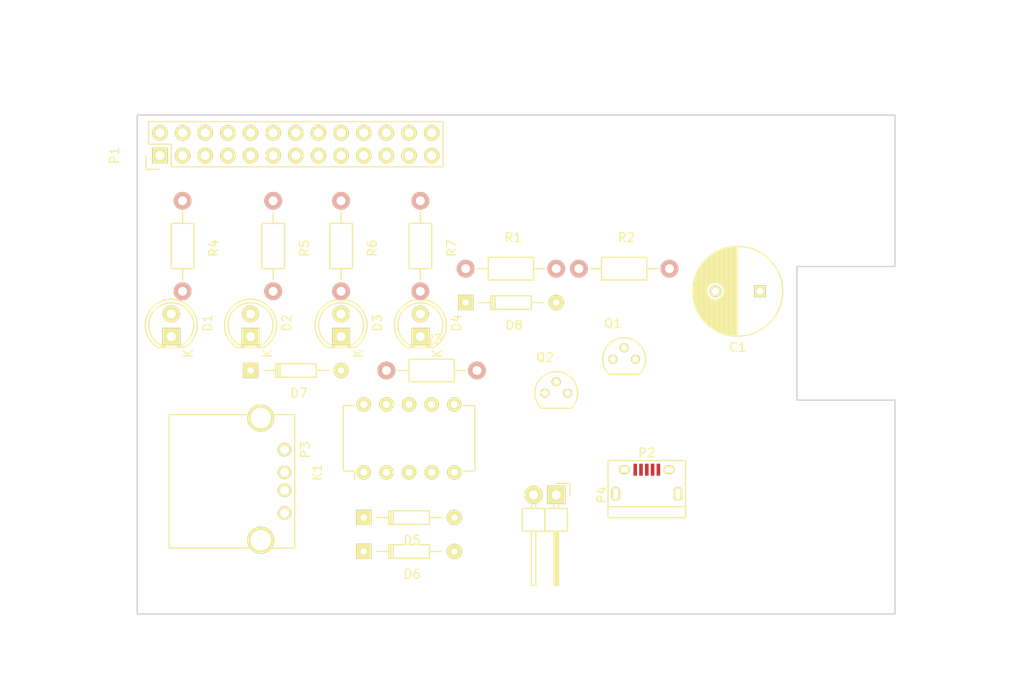
<source format=kicad_pcb>
(kicad_pcb (version 4) (host pcbnew 4.0.2+dfsg1-stable)

  (general
    (links 42)
    (no_connects 42)
    (area 143.424999 124.924999 228.575001 181.075001)
    (thickness 1.6)
    (drawings 41)
    (tracks 0)
    (zones 0)
    (modules 23)
    (nets 48)
  )

  (page A3)
  (title_block
    (date "15 nov 2012")
  )

  (layers
    (0 F.Cu signal)
    (31 B.Cu signal)
    (32 B.Adhes user)
    (33 F.Adhes user)
    (34 B.Paste user)
    (35 F.Paste user)
    (36 B.SilkS user)
    (37 F.SilkS user)
    (38 B.Mask user)
    (39 F.Mask user)
    (40 Dwgs.User user)
    (41 Cmts.User user)
    (42 Eco1.User user)
    (43 Eco2.User user)
    (44 Edge.Cuts user)
  )

  (setup
    (last_trace_width 0.2)
    (trace_clearance 0.2)
    (zone_clearance 0.508)
    (zone_45_only no)
    (trace_min 0.1524)
    (segment_width 0.2)
    (edge_width 0.15)
    (via_size 0.9)
    (via_drill 0.6)
    (via_min_size 0.8)
    (via_min_drill 0.5)
    (uvia_size 0.5)
    (uvia_drill 0.1)
    (uvias_allowed no)
    (uvia_min_size 0.5)
    (uvia_min_drill 0.1)
    (pcb_text_width 0.3)
    (pcb_text_size 1 1)
    (mod_edge_width 0.15)
    (mod_text_size 1 1)
    (mod_text_width 0.15)
    (pad_size 1 1)
    (pad_drill 0.6)
    (pad_to_mask_clearance 0)
    (aux_axis_origin 143.5 181)
    (visible_elements 7FFFFFFF)
    (pcbplotparams
      (layerselection 0x00030_80000001)
      (usegerberextensions true)
      (excludeedgelayer true)
      (linewidth 0.150000)
      (plotframeref false)
      (viasonmask false)
      (mode 1)
      (useauxorigin false)
      (hpglpennumber 1)
      (hpglpenspeed 20)
      (hpglpendiameter 15)
      (hpglpenoverlay 2)
      (psnegative false)
      (psa4output false)
      (plotreference true)
      (plotvalue true)
      (plotinvisibletext false)
      (padsonsilk false)
      (subtractmaskfromsilk false)
      (outputformat 1)
      (mirror false)
      (drillshape 1)
      (scaleselection 1)
      (outputdirectory ""))
  )

  (net 0 "")
  (net 1 +3.3V)
  (net 2 +5V)
  (net 3 GND)
  (net 4 "Net-(C1-Pad1)")
  (net 5 "Net-(D1-Pad2)")
  (net 6 "Net-(D2-Pad2)")
  (net 7 "Net-(D3-Pad2)")
  (net 8 "Net-(D4-Pad2)")
  (net 9 "Net-(D5-Pad2)")
  (net 10 "Net-(D5-Pad1)")
  (net 11 "Net-(D6-Pad2)")
  (net 12 "Net-(D7-Pad1)")
  (net 13 /GPIO18)
  (net 14 "Net-(K1-Pad3)")
  (net 15 "Net-(K1-Pad4)")
  (net 16 "Net-(K1-Pad6)")
  (net 17 "Net-(K1-Pad7)")
  (net 18 "Net-(K1-Pad8)")
  (net 19 "Net-(K1-Pad10)")
  (net 20 "/GPIO0(SDA)")
  (net 21 "Net-(P1-Pad4)")
  (net 22 "/GPIO1(SCL)")
  (net 23 /GPIO4)
  (net 24 /TXD)
  (net 25 "Net-(P1-Pad9)")
  (net 26 /RXD)
  (net 27 /GPIO17)
  (net 28 /GPIO21)
  (net 29 "Net-(P1-Pad14)")
  (net 30 /GPIO22)
  (net 31 /GPIO23)
  (net 32 "Net-(P1-Pad17)")
  (net 33 /GPIO24)
  (net 34 "/GPIO10(MOSI)")
  (net 35 "Net-(P1-Pad20)")
  (net 36 "/GPIO9(MISO)")
  (net 37 /GPIO25)
  (net 38 "/GPIO11(SCLK)")
  (net 39 "/GPIO8(CE0)")
  (net 40 "Net-(P1-Pad25)")
  (net 41 "/GPIO7(CE1)")
  (net 42 "Net-(P2-Pad2)")
  (net 43 "Net-(P2-Pad3)")
  (net 44 "Net-(P2-Pad4)")
  (net 45 "Net-(P3-Pad3)")
  (net 46 "Net-(P3-Pad2)")
  (net 47 "Net-(Q1-Pad1)")

  (net_class Default "This is the default net class."
    (clearance 0.2)
    (trace_width 0.2)
    (via_dia 0.9)
    (via_drill 0.6)
    (uvia_dia 0.5)
    (uvia_drill 0.1)
    (add_net "/GPIO0(SDA)")
    (add_net "/GPIO1(SCL)")
    (add_net "/GPIO10(MOSI)")
    (add_net "/GPIO11(SCLK)")
    (add_net /GPIO17)
    (add_net /GPIO18)
    (add_net /GPIO21)
    (add_net /GPIO22)
    (add_net /GPIO23)
    (add_net /GPIO24)
    (add_net /GPIO25)
    (add_net /GPIO4)
    (add_net "/GPIO7(CE1)")
    (add_net "/GPIO8(CE0)")
    (add_net "/GPIO9(MISO)")
    (add_net /RXD)
    (add_net /TXD)
    (add_net "Net-(C1-Pad1)")
    (add_net "Net-(D1-Pad2)")
    (add_net "Net-(D2-Pad2)")
    (add_net "Net-(D3-Pad2)")
    (add_net "Net-(D4-Pad2)")
    (add_net "Net-(D5-Pad1)")
    (add_net "Net-(D5-Pad2)")
    (add_net "Net-(D6-Pad2)")
    (add_net "Net-(D7-Pad1)")
    (add_net "Net-(K1-Pad10)")
    (add_net "Net-(K1-Pad3)")
    (add_net "Net-(K1-Pad4)")
    (add_net "Net-(K1-Pad6)")
    (add_net "Net-(K1-Pad7)")
    (add_net "Net-(K1-Pad8)")
    (add_net "Net-(P1-Pad14)")
    (add_net "Net-(P1-Pad17)")
    (add_net "Net-(P1-Pad20)")
    (add_net "Net-(P1-Pad25)")
    (add_net "Net-(P1-Pad4)")
    (add_net "Net-(P1-Pad9)")
    (add_net "Net-(P3-Pad2)")
    (add_net "Net-(P3-Pad3)")
    (add_net "Net-(Q1-Pad1)")
  )

  (net_class Power ""
    (clearance 0.2)
    (trace_width 0.5)
    (via_dia 1)
    (via_drill 0.7)
    (uvia_dia 0.5)
    (uvia_drill 0.1)
    (add_net +3.3V)
    (add_net +5V)
    (add_net GND)
    (add_net "Net-(P2-Pad2)")
    (add_net "Net-(P2-Pad3)")
    (add_net "Net-(P2-Pad4)")
  )

  (module Pin_Headers:Pin_Header_Straight_2x13 (layer F.Cu) (tedit 0) (tstamp 50A55DA3)
    (at 146.05 129.54 90)
    (descr "Through hole pin header")
    (tags "pin header")
    (path /50A55ABA)
    (fp_text reference P1 (at 0 -5.1 90) (layer F.SilkS)
      (effects (font (size 1 1) (thickness 0.15)))
    )
    (fp_text value CONN_13X2 (at 0 -3.1 90) (layer F.Fab)
      (effects (font (size 1 1) (thickness 0.15)))
    )
    (fp_line (start -1.75 -1.75) (end -1.75 32.25) (layer F.CrtYd) (width 0.05))
    (fp_line (start 4.3 -1.75) (end 4.3 32.25) (layer F.CrtYd) (width 0.05))
    (fp_line (start -1.75 -1.75) (end 4.3 -1.75) (layer F.CrtYd) (width 0.05))
    (fp_line (start -1.75 32.25) (end 4.3 32.25) (layer F.CrtYd) (width 0.05))
    (fp_line (start 3.81 -1.27) (end 3.81 31.75) (layer F.SilkS) (width 0.15))
    (fp_line (start -1.27 1.27) (end -1.27 31.75) (layer F.SilkS) (width 0.15))
    (fp_line (start 3.81 31.75) (end -1.27 31.75) (layer F.SilkS) (width 0.15))
    (fp_line (start 3.81 -1.27) (end 1.27 -1.27) (layer F.SilkS) (width 0.15))
    (fp_line (start 0 -1.55) (end -1.55 -1.55) (layer F.SilkS) (width 0.15))
    (fp_line (start 1.27 -1.27) (end 1.27 1.27) (layer F.SilkS) (width 0.15))
    (fp_line (start 1.27 1.27) (end -1.27 1.27) (layer F.SilkS) (width 0.15))
    (fp_line (start -1.55 -1.55) (end -1.55 0) (layer F.SilkS) (width 0.15))
    (pad 1 thru_hole rect (at 0 0 90) (size 1.7272 1.7272) (drill 1.016) (layers *.Cu *.Mask F.SilkS)
      (net 1 +3.3V))
    (pad 2 thru_hole oval (at 2.54 0 90) (size 1.7272 1.7272) (drill 1.016) (layers *.Cu *.Mask F.SilkS)
      (net 2 +5V))
    (pad 3 thru_hole oval (at 0 2.54 90) (size 1.7272 1.7272) (drill 1.016) (layers *.Cu *.Mask F.SilkS)
      (net 20 "/GPIO0(SDA)"))
    (pad 4 thru_hole oval (at 2.54 2.54 90) (size 1.7272 1.7272) (drill 1.016) (layers *.Cu *.Mask F.SilkS)
      (net 21 "Net-(P1-Pad4)"))
    (pad 5 thru_hole oval (at 0 5.08 90) (size 1.7272 1.7272) (drill 1.016) (layers *.Cu *.Mask F.SilkS)
      (net 22 "/GPIO1(SCL)"))
    (pad 6 thru_hole oval (at 2.54 5.08 90) (size 1.7272 1.7272) (drill 1.016) (layers *.Cu *.Mask F.SilkS)
      (net 3 GND))
    (pad 7 thru_hole oval (at 0 7.62 90) (size 1.7272 1.7272) (drill 1.016) (layers *.Cu *.Mask F.SilkS)
      (net 23 /GPIO4))
    (pad 8 thru_hole oval (at 2.54 7.62 90) (size 1.7272 1.7272) (drill 1.016) (layers *.Cu *.Mask F.SilkS)
      (net 24 /TXD))
    (pad 9 thru_hole oval (at 0 10.16 90) (size 1.7272 1.7272) (drill 1.016) (layers *.Cu *.Mask F.SilkS)
      (net 25 "Net-(P1-Pad9)"))
    (pad 10 thru_hole oval (at 2.54 10.16 90) (size 1.7272 1.7272) (drill 1.016) (layers *.Cu *.Mask F.SilkS)
      (net 26 /RXD))
    (pad 11 thru_hole oval (at 0 12.7 90) (size 1.7272 1.7272) (drill 1.016) (layers *.Cu *.Mask F.SilkS)
      (net 27 /GPIO17))
    (pad 12 thru_hole oval (at 2.54 12.7 90) (size 1.7272 1.7272) (drill 1.016) (layers *.Cu *.Mask F.SilkS)
      (net 13 /GPIO18))
    (pad 13 thru_hole oval (at 0 15.24 90) (size 1.7272 1.7272) (drill 1.016) (layers *.Cu *.Mask F.SilkS)
      (net 28 /GPIO21))
    (pad 14 thru_hole oval (at 2.54 15.24 90) (size 1.7272 1.7272) (drill 1.016) (layers *.Cu *.Mask F.SilkS)
      (net 29 "Net-(P1-Pad14)"))
    (pad 15 thru_hole oval (at 0 17.78 90) (size 1.7272 1.7272) (drill 1.016) (layers *.Cu *.Mask F.SilkS)
      (net 30 /GPIO22))
    (pad 16 thru_hole oval (at 2.54 17.78 90) (size 1.7272 1.7272) (drill 1.016) (layers *.Cu *.Mask F.SilkS)
      (net 31 /GPIO23))
    (pad 17 thru_hole oval (at 0 20.32 90) (size 1.7272 1.7272) (drill 1.016) (layers *.Cu *.Mask F.SilkS)
      (net 32 "Net-(P1-Pad17)"))
    (pad 18 thru_hole oval (at 2.54 20.32 90) (size 1.7272 1.7272) (drill 1.016) (layers *.Cu *.Mask F.SilkS)
      (net 33 /GPIO24))
    (pad 19 thru_hole oval (at 0 22.86 90) (size 1.7272 1.7272) (drill 1.016) (layers *.Cu *.Mask F.SilkS)
      (net 34 "/GPIO10(MOSI)"))
    (pad 20 thru_hole oval (at 2.54 22.86 90) (size 1.7272 1.7272) (drill 1.016) (layers *.Cu *.Mask F.SilkS)
      (net 35 "Net-(P1-Pad20)"))
    (pad 21 thru_hole oval (at 0 25.4 90) (size 1.7272 1.7272) (drill 1.016) (layers *.Cu *.Mask F.SilkS)
      (net 36 "/GPIO9(MISO)"))
    (pad 22 thru_hole oval (at 2.54 25.4 90) (size 1.7272 1.7272) (drill 1.016) (layers *.Cu *.Mask F.SilkS)
      (net 37 /GPIO25))
    (pad 23 thru_hole oval (at 0 27.94 90) (size 1.7272 1.7272) (drill 1.016) (layers *.Cu *.Mask F.SilkS)
      (net 38 "/GPIO11(SCLK)"))
    (pad 24 thru_hole oval (at 2.54 27.94 90) (size 1.7272 1.7272) (drill 1.016) (layers *.Cu *.Mask F.SilkS)
      (net 39 "/GPIO8(CE0)"))
    (pad 25 thru_hole oval (at 0 30.48 90) (size 1.7272 1.7272) (drill 1.016) (layers *.Cu *.Mask F.SilkS)
      (net 40 "Net-(P1-Pad25)"))
    (pad 26 thru_hole oval (at 2.54 30.48 90) (size 1.7272 1.7272) (drill 1.016) (layers *.Cu *.Mask F.SilkS)
      (net 41 "/GPIO7(CE1)"))
    (model Pin_Headers.3dshapes/Pin_Header_Straight_2x13.wrl
      (at (xyz 0.05 -0.6 0))
      (scale (xyz 1 1 1))
      (rotate (xyz 0 0 90))
    )
  )

  (module Capacitors_ThroughHole:C_Radial_D10_L13_P5 (layer F.Cu) (tedit 0) (tstamp 5AAF3090)
    (at 213.36 144.78 180)
    (descr "Radial Electrolytic Capacitor Diameter 10mm x Length 13mm, Pitch 5mm")
    (tags "Electrolytic Capacitor")
    (path /5AAE0F3E)
    (fp_text reference C1 (at 2.5 -6.3 180) (layer F.SilkS)
      (effects (font (size 1 1) (thickness 0.15)))
    )
    (fp_text value CP_Small (at 2.5 6.3 180) (layer F.Fab)
      (effects (font (size 1 1) (thickness 0.15)))
    )
    (fp_line (start 2.575 -4.999) (end 2.575 4.999) (layer F.SilkS) (width 0.15))
    (fp_line (start 2.715 -4.995) (end 2.715 4.995) (layer F.SilkS) (width 0.15))
    (fp_line (start 2.855 -4.987) (end 2.855 4.987) (layer F.SilkS) (width 0.15))
    (fp_line (start 2.995 -4.975) (end 2.995 4.975) (layer F.SilkS) (width 0.15))
    (fp_line (start 3.135 -4.96) (end 3.135 4.96) (layer F.SilkS) (width 0.15))
    (fp_line (start 3.275 -4.94) (end 3.275 4.94) (layer F.SilkS) (width 0.15))
    (fp_line (start 3.415 -4.916) (end 3.415 4.916) (layer F.SilkS) (width 0.15))
    (fp_line (start 3.555 -4.887) (end 3.555 4.887) (layer F.SilkS) (width 0.15))
    (fp_line (start 3.695 -4.855) (end 3.695 4.855) (layer F.SilkS) (width 0.15))
    (fp_line (start 3.835 -4.818) (end 3.835 4.818) (layer F.SilkS) (width 0.15))
    (fp_line (start 3.975 -4.777) (end 3.975 4.777) (layer F.SilkS) (width 0.15))
    (fp_line (start 4.115 -4.732) (end 4.115 -0.466) (layer F.SilkS) (width 0.15))
    (fp_line (start 4.115 0.466) (end 4.115 4.732) (layer F.SilkS) (width 0.15))
    (fp_line (start 4.255 -4.682) (end 4.255 -0.667) (layer F.SilkS) (width 0.15))
    (fp_line (start 4.255 0.667) (end 4.255 4.682) (layer F.SilkS) (width 0.15))
    (fp_line (start 4.395 -4.627) (end 4.395 -0.796) (layer F.SilkS) (width 0.15))
    (fp_line (start 4.395 0.796) (end 4.395 4.627) (layer F.SilkS) (width 0.15))
    (fp_line (start 4.535 -4.567) (end 4.535 -0.885) (layer F.SilkS) (width 0.15))
    (fp_line (start 4.535 0.885) (end 4.535 4.567) (layer F.SilkS) (width 0.15))
    (fp_line (start 4.675 -4.502) (end 4.675 -0.946) (layer F.SilkS) (width 0.15))
    (fp_line (start 4.675 0.946) (end 4.675 4.502) (layer F.SilkS) (width 0.15))
    (fp_line (start 4.815 -4.432) (end 4.815 -0.983) (layer F.SilkS) (width 0.15))
    (fp_line (start 4.815 0.983) (end 4.815 4.432) (layer F.SilkS) (width 0.15))
    (fp_line (start 4.955 -4.356) (end 4.955 -0.999) (layer F.SilkS) (width 0.15))
    (fp_line (start 4.955 0.999) (end 4.955 4.356) (layer F.SilkS) (width 0.15))
    (fp_line (start 5.095 -4.274) (end 5.095 -0.995) (layer F.SilkS) (width 0.15))
    (fp_line (start 5.095 0.995) (end 5.095 4.274) (layer F.SilkS) (width 0.15))
    (fp_line (start 5.235 -4.186) (end 5.235 -0.972) (layer F.SilkS) (width 0.15))
    (fp_line (start 5.235 0.972) (end 5.235 4.186) (layer F.SilkS) (width 0.15))
    (fp_line (start 5.375 -4.091) (end 5.375 -0.927) (layer F.SilkS) (width 0.15))
    (fp_line (start 5.375 0.927) (end 5.375 4.091) (layer F.SilkS) (width 0.15))
    (fp_line (start 5.515 -3.989) (end 5.515 -0.857) (layer F.SilkS) (width 0.15))
    (fp_line (start 5.515 0.857) (end 5.515 3.989) (layer F.SilkS) (width 0.15))
    (fp_line (start 5.655 -3.879) (end 5.655 -0.756) (layer F.SilkS) (width 0.15))
    (fp_line (start 5.655 0.756) (end 5.655 3.879) (layer F.SilkS) (width 0.15))
    (fp_line (start 5.795 -3.761) (end 5.795 -0.607) (layer F.SilkS) (width 0.15))
    (fp_line (start 5.795 0.607) (end 5.795 3.761) (layer F.SilkS) (width 0.15))
    (fp_line (start 5.935 -3.633) (end 5.935 -0.355) (layer F.SilkS) (width 0.15))
    (fp_line (start 5.935 0.355) (end 5.935 3.633) (layer F.SilkS) (width 0.15))
    (fp_line (start 6.075 -3.496) (end 6.075 3.496) (layer F.SilkS) (width 0.15))
    (fp_line (start 6.215 -3.346) (end 6.215 3.346) (layer F.SilkS) (width 0.15))
    (fp_line (start 6.355 -3.184) (end 6.355 3.184) (layer F.SilkS) (width 0.15))
    (fp_line (start 6.495 -3.007) (end 6.495 3.007) (layer F.SilkS) (width 0.15))
    (fp_line (start 6.635 -2.811) (end 6.635 2.811) (layer F.SilkS) (width 0.15))
    (fp_line (start 6.775 -2.593) (end 6.775 2.593) (layer F.SilkS) (width 0.15))
    (fp_line (start 6.915 -2.347) (end 6.915 2.347) (layer F.SilkS) (width 0.15))
    (fp_line (start 7.055 -2.062) (end 7.055 2.062) (layer F.SilkS) (width 0.15))
    (fp_line (start 7.195 -1.72) (end 7.195 1.72) (layer F.SilkS) (width 0.15))
    (fp_line (start 7.335 -1.274) (end 7.335 1.274) (layer F.SilkS) (width 0.15))
    (fp_line (start 7.475 -0.499) (end 7.475 0.499) (layer F.SilkS) (width 0.15))
    (fp_circle (center 5 0) (end 5 -1) (layer F.SilkS) (width 0.15))
    (fp_circle (center 2.5 0) (end 2.5 -5.0375) (layer F.SilkS) (width 0.15))
    (fp_circle (center 2.5 0) (end 2.5 -5.3) (layer F.CrtYd) (width 0.05))
    (pad 1 thru_hole rect (at 0 0 180) (size 1.3 1.3) (drill 0.8) (layers *.Cu *.Mask F.SilkS)
      (net 4 "Net-(C1-Pad1)"))
    (pad 2 thru_hole circle (at 5 0 180) (size 1.3 1.3) (drill 0.8) (layers *.Cu *.Mask F.SilkS)
      (net 3 GND))
    (model Capacitors_ThroughHole.3dshapes/C_Radial_D10_L13_P5.wrl
      (at (xyz 0.0984252 0 0))
      (scale (xyz 1 1 1))
      (rotate (xyz 0 0 90))
    )
  )

  (module LEDs:LED-5MM (layer F.Cu) (tedit 5570F7EA) (tstamp 5AAF309C)
    (at 147.32 149.86 90)
    (descr "LED 5mm round vertical")
    (tags "LED 5mm round vertical")
    (path /5AAE08BE)
    (fp_text reference D1 (at 1.524 4.064 90) (layer F.SilkS)
      (effects (font (size 1 1) (thickness 0.15)))
    )
    (fp_text value Power (at 1.524 -3.937 90) (layer F.Fab)
      (effects (font (size 1 1) (thickness 0.15)))
    )
    (fp_line (start -1.5 -1.55) (end -1.5 1.55) (layer F.CrtYd) (width 0.05))
    (fp_arc (start 1.3 0) (end -1.5 1.55) (angle -302) (layer F.CrtYd) (width 0.05))
    (fp_arc (start 1.27 0) (end -1.23 -1.5) (angle 297.5) (layer F.SilkS) (width 0.15))
    (fp_line (start -1.23 1.5) (end -1.23 -1.5) (layer F.SilkS) (width 0.15))
    (fp_circle (center 1.27 0) (end 0.97 -2.5) (layer F.SilkS) (width 0.15))
    (fp_text user K (at -1.905 1.905 90) (layer F.SilkS)
      (effects (font (size 1 1) (thickness 0.15)))
    )
    (pad 1 thru_hole rect (at 0 0 180) (size 2 1.9) (drill 1.00076) (layers *.Cu *.Mask F.SilkS)
      (net 3 GND))
    (pad 2 thru_hole circle (at 2.54 0 90) (size 1.9 1.9) (drill 1.00076) (layers *.Cu *.Mask F.SilkS)
      (net 5 "Net-(D1-Pad2)"))
    (model LEDs.3dshapes/LED-5MM.wrl
      (at (xyz 0.05 0 0))
      (scale (xyz 1 1 1))
      (rotate (xyz 0 0 90))
    )
  )

  (module LEDs:LED-5MM (layer F.Cu) (tedit 5570F7EA) (tstamp 5AAF30A8)
    (at 156.21 149.86 90)
    (descr "LED 5mm round vertical")
    (tags "LED 5mm round vertical")
    (path /5AAE12E6)
    (fp_text reference D2 (at 1.524 4.064 90) (layer F.SilkS)
      (effects (font (size 1 1) (thickness 0.15)))
    )
    (fp_text value Green (at 1.524 -3.937 90) (layer F.Fab)
      (effects (font (size 1 1) (thickness 0.15)))
    )
    (fp_line (start -1.5 -1.55) (end -1.5 1.55) (layer F.CrtYd) (width 0.05))
    (fp_arc (start 1.3 0) (end -1.5 1.55) (angle -302) (layer F.CrtYd) (width 0.05))
    (fp_arc (start 1.27 0) (end -1.23 -1.5) (angle 297.5) (layer F.SilkS) (width 0.15))
    (fp_line (start -1.23 1.5) (end -1.23 -1.5) (layer F.SilkS) (width 0.15))
    (fp_circle (center 1.27 0) (end 0.97 -2.5) (layer F.SilkS) (width 0.15))
    (fp_text user K (at -1.905 1.905 90) (layer F.SilkS)
      (effects (font (size 1 1) (thickness 0.15)))
    )
    (pad 1 thru_hole rect (at 0 0 180) (size 2 1.9) (drill 1.00076) (layers *.Cu *.Mask F.SilkS)
      (net 3 GND))
    (pad 2 thru_hole circle (at 2.54 0 90) (size 1.9 1.9) (drill 1.00076) (layers *.Cu *.Mask F.SilkS)
      (net 6 "Net-(D2-Pad2)"))
    (model LEDs.3dshapes/LED-5MM.wrl
      (at (xyz 0.05 0 0))
      (scale (xyz 1 1 1))
      (rotate (xyz 0 0 90))
    )
  )

  (module LEDs:LED-5MM (layer F.Cu) (tedit 5570F7EA) (tstamp 5AAF30B4)
    (at 166.37 149.86 90)
    (descr "LED 5mm round vertical")
    (tags "LED 5mm round vertical")
    (path /5AAE132E)
    (fp_text reference D3 (at 1.524 4.064 90) (layer F.SilkS)
      (effects (font (size 1 1) (thickness 0.15)))
    )
    (fp_text value Yellow (at 1.524 -3.937 90) (layer F.Fab)
      (effects (font (size 1 1) (thickness 0.15)))
    )
    (fp_line (start -1.5 -1.55) (end -1.5 1.55) (layer F.CrtYd) (width 0.05))
    (fp_arc (start 1.3 0) (end -1.5 1.55) (angle -302) (layer F.CrtYd) (width 0.05))
    (fp_arc (start 1.27 0) (end -1.23 -1.5) (angle 297.5) (layer F.SilkS) (width 0.15))
    (fp_line (start -1.23 1.5) (end -1.23 -1.5) (layer F.SilkS) (width 0.15))
    (fp_circle (center 1.27 0) (end 0.97 -2.5) (layer F.SilkS) (width 0.15))
    (fp_text user K (at -1.905 1.905 90) (layer F.SilkS)
      (effects (font (size 1 1) (thickness 0.15)))
    )
    (pad 1 thru_hole rect (at 0 0 180) (size 2 1.9) (drill 1.00076) (layers *.Cu *.Mask F.SilkS)
      (net 3 GND))
    (pad 2 thru_hole circle (at 2.54 0 90) (size 1.9 1.9) (drill 1.00076) (layers *.Cu *.Mask F.SilkS)
      (net 7 "Net-(D3-Pad2)"))
    (model LEDs.3dshapes/LED-5MM.wrl
      (at (xyz 0.05 0 0))
      (scale (xyz 1 1 1))
      (rotate (xyz 0 0 90))
    )
  )

  (module LEDs:LED-5MM (layer F.Cu) (tedit 5570F7EA) (tstamp 5AAF30C0)
    (at 175.26 149.86 90)
    (descr "LED 5mm round vertical")
    (tags "LED 5mm round vertical")
    (path /5AAE137D)
    (fp_text reference D4 (at 1.524 4.064 90) (layer F.SilkS)
      (effects (font (size 1 1) (thickness 0.15)))
    )
    (fp_text value Red (at 1.524 -3.937 90) (layer F.Fab)
      (effects (font (size 1 1) (thickness 0.15)))
    )
    (fp_line (start -1.5 -1.55) (end -1.5 1.55) (layer F.CrtYd) (width 0.05))
    (fp_arc (start 1.3 0) (end -1.5 1.55) (angle -302) (layer F.CrtYd) (width 0.05))
    (fp_arc (start 1.27 0) (end -1.23 -1.5) (angle 297.5) (layer F.SilkS) (width 0.15))
    (fp_line (start -1.23 1.5) (end -1.23 -1.5) (layer F.SilkS) (width 0.15))
    (fp_circle (center 1.27 0) (end 0.97 -2.5) (layer F.SilkS) (width 0.15))
    (fp_text user K (at -1.905 1.905 90) (layer F.SilkS)
      (effects (font (size 1 1) (thickness 0.15)))
    )
    (pad 1 thru_hole rect (at 0 0 180) (size 2 1.9) (drill 1.00076) (layers *.Cu *.Mask F.SilkS)
      (net 3 GND))
    (pad 2 thru_hole circle (at 2.54 0 90) (size 1.9 1.9) (drill 1.00076) (layers *.Cu *.Mask F.SilkS)
      (net 8 "Net-(D4-Pad2)"))
    (model LEDs.3dshapes/LED-5MM.wrl
      (at (xyz 0.05 0 0))
      (scale (xyz 1 1 1))
      (rotate (xyz 0 0 90))
    )
  )

  (module Diodes_ThroughHole:Diode_DO-35_SOD27_Horizontal_RM10 (layer F.Cu) (tedit 552FFC30) (tstamp 5AAF30CF)
    (at 168.91 170.18)
    (descr "Diode, DO-35,  SOD27, Horizontal, RM 10mm")
    (tags "Diode, DO-35, SOD27, Horizontal, RM 10mm, 1N4148,")
    (path /5AAD1766)
    (fp_text reference D5 (at 5.43052 2.53746) (layer F.SilkS)
      (effects (font (size 1 1) (thickness 0.15)))
    )
    (fp_text value D4148 (at 4.41452 -3.55854) (layer F.Fab)
      (effects (font (size 1 1) (thickness 0.15)))
    )
    (fp_line (start 7.36652 -0.00254) (end 8.76352 -0.00254) (layer F.SilkS) (width 0.15))
    (fp_line (start 2.92152 -0.00254) (end 1.39752 -0.00254) (layer F.SilkS) (width 0.15))
    (fp_line (start 3.30252 -0.76454) (end 3.30252 0.75946) (layer F.SilkS) (width 0.15))
    (fp_line (start 3.04852 -0.76454) (end 3.04852 0.75946) (layer F.SilkS) (width 0.15))
    (fp_line (start 2.79452 -0.00254) (end 2.79452 0.75946) (layer F.SilkS) (width 0.15))
    (fp_line (start 2.79452 0.75946) (end 7.36652 0.75946) (layer F.SilkS) (width 0.15))
    (fp_line (start 7.36652 0.75946) (end 7.36652 -0.76454) (layer F.SilkS) (width 0.15))
    (fp_line (start 7.36652 -0.76454) (end 2.79452 -0.76454) (layer F.SilkS) (width 0.15))
    (fp_line (start 2.79452 -0.76454) (end 2.79452 -0.00254) (layer F.SilkS) (width 0.15))
    (pad 2 thru_hole circle (at 10.16052 -0.00254 180) (size 1.69926 1.69926) (drill 0.70104) (layers *.Cu *.Mask F.SilkS)
      (net 9 "Net-(D5-Pad2)"))
    (pad 1 thru_hole rect (at 0.00052 -0.00254 180) (size 1.69926 1.69926) (drill 0.70104) (layers *.Cu *.Mask F.SilkS)
      (net 10 "Net-(D5-Pad1)"))
    (model Diodes_ThroughHole.3dshapes/Diode_DO-35_SOD27_Horizontal_RM10.wrl
      (at (xyz 0.2 0 0))
      (scale (xyz 0.4 0.4 0.4))
      (rotate (xyz 0 0 180))
    )
  )

  (module Diodes_ThroughHole:Diode_DO-35_SOD27_Horizontal_RM10 (layer F.Cu) (tedit 552FFC30) (tstamp 5AAF30DE)
    (at 168.91 173.99)
    (descr "Diode, DO-35,  SOD27, Horizontal, RM 10mm")
    (tags "Diode, DO-35, SOD27, Horizontal, RM 10mm, 1N4148,")
    (path /5AAE27C6)
    (fp_text reference D6 (at 5.43052 2.53746) (layer F.SilkS)
      (effects (font (size 1 1) (thickness 0.15)))
    )
    (fp_text value D4148 (at 4.41452 -3.55854) (layer F.Fab)
      (effects (font (size 1 1) (thickness 0.15)))
    )
    (fp_line (start 7.36652 -0.00254) (end 8.76352 -0.00254) (layer F.SilkS) (width 0.15))
    (fp_line (start 2.92152 -0.00254) (end 1.39752 -0.00254) (layer F.SilkS) (width 0.15))
    (fp_line (start 3.30252 -0.76454) (end 3.30252 0.75946) (layer F.SilkS) (width 0.15))
    (fp_line (start 3.04852 -0.76454) (end 3.04852 0.75946) (layer F.SilkS) (width 0.15))
    (fp_line (start 2.79452 -0.00254) (end 2.79452 0.75946) (layer F.SilkS) (width 0.15))
    (fp_line (start 2.79452 0.75946) (end 7.36652 0.75946) (layer F.SilkS) (width 0.15))
    (fp_line (start 7.36652 0.75946) (end 7.36652 -0.76454) (layer F.SilkS) (width 0.15))
    (fp_line (start 7.36652 -0.76454) (end 2.79452 -0.76454) (layer F.SilkS) (width 0.15))
    (fp_line (start 2.79452 -0.76454) (end 2.79452 -0.00254) (layer F.SilkS) (width 0.15))
    (pad 2 thru_hole circle (at 10.16052 -0.00254 180) (size 1.69926 1.69926) (drill 0.70104) (layers *.Cu *.Mask F.SilkS)
      (net 11 "Net-(D6-Pad2)"))
    (pad 1 thru_hole rect (at 0.00052 -0.00254 180) (size 1.69926 1.69926) (drill 0.70104) (layers *.Cu *.Mask F.SilkS)
      (net 10 "Net-(D5-Pad1)"))
    (model Diodes_ThroughHole.3dshapes/Diode_DO-35_SOD27_Horizontal_RM10.wrl
      (at (xyz 0.2 0 0))
      (scale (xyz 0.4 0.4 0.4))
      (rotate (xyz 0 0 180))
    )
  )

  (module Diodes_ThroughHole:Diode_DO-35_SOD27_Horizontal_RM10 (layer F.Cu) (tedit 552FFC30) (tstamp 5AAF30ED)
    (at 156.21 153.67)
    (descr "Diode, DO-35,  SOD27, Horizontal, RM 10mm")
    (tags "Diode, DO-35, SOD27, Horizontal, RM 10mm, 1N4148,")
    (path /5AAE3219)
    (fp_text reference D7 (at 5.43052 2.53746) (layer F.SilkS)
      (effects (font (size 1 1) (thickness 0.15)))
    )
    (fp_text value D4148 (at 4.41452 -3.55854) (layer F.Fab)
      (effects (font (size 1 1) (thickness 0.15)))
    )
    (fp_line (start 7.36652 -0.00254) (end 8.76352 -0.00254) (layer F.SilkS) (width 0.15))
    (fp_line (start 2.92152 -0.00254) (end 1.39752 -0.00254) (layer F.SilkS) (width 0.15))
    (fp_line (start 3.30252 -0.76454) (end 3.30252 0.75946) (layer F.SilkS) (width 0.15))
    (fp_line (start 3.04852 -0.76454) (end 3.04852 0.75946) (layer F.SilkS) (width 0.15))
    (fp_line (start 2.79452 -0.00254) (end 2.79452 0.75946) (layer F.SilkS) (width 0.15))
    (fp_line (start 2.79452 0.75946) (end 7.36652 0.75946) (layer F.SilkS) (width 0.15))
    (fp_line (start 7.36652 0.75946) (end 7.36652 -0.76454) (layer F.SilkS) (width 0.15))
    (fp_line (start 7.36652 -0.76454) (end 2.79452 -0.76454) (layer F.SilkS) (width 0.15))
    (fp_line (start 2.79452 -0.76454) (end 2.79452 -0.00254) (layer F.SilkS) (width 0.15))
    (pad 2 thru_hole circle (at 10.16052 -0.00254 180) (size 1.69926 1.69926) (drill 0.70104) (layers *.Cu *.Mask F.SilkS)
      (net 11 "Net-(D6-Pad2)"))
    (pad 1 thru_hole rect (at 0.00052 -0.00254 180) (size 1.69926 1.69926) (drill 0.70104) (layers *.Cu *.Mask F.SilkS)
      (net 12 "Net-(D7-Pad1)"))
    (model Diodes_ThroughHole.3dshapes/Diode_DO-35_SOD27_Horizontal_RM10.wrl
      (at (xyz 0.2 0 0))
      (scale (xyz 0.4 0.4 0.4))
      (rotate (xyz 0 0 180))
    )
  )

  (module Diodes_ThroughHole:Diode_DO-35_SOD27_Horizontal_RM10 (layer F.Cu) (tedit 552FFC30) (tstamp 5AAF30FC)
    (at 180.34 146.05)
    (descr "Diode, DO-35,  SOD27, Horizontal, RM 10mm")
    (tags "Diode, DO-35, SOD27, Horizontal, RM 10mm, 1N4148,")
    (path /5AAD0763)
    (fp_text reference D8 (at 5.43052 2.53746) (layer F.SilkS)
      (effects (font (size 1 1) (thickness 0.15)))
    )
    (fp_text value D4148 (at 4.41452 -3.55854) (layer F.Fab)
      (effects (font (size 1 1) (thickness 0.15)))
    )
    (fp_line (start 7.36652 -0.00254) (end 8.76352 -0.00254) (layer F.SilkS) (width 0.15))
    (fp_line (start 2.92152 -0.00254) (end 1.39752 -0.00254) (layer F.SilkS) (width 0.15))
    (fp_line (start 3.30252 -0.76454) (end 3.30252 0.75946) (layer F.SilkS) (width 0.15))
    (fp_line (start 3.04852 -0.76454) (end 3.04852 0.75946) (layer F.SilkS) (width 0.15))
    (fp_line (start 2.79452 -0.00254) (end 2.79452 0.75946) (layer F.SilkS) (width 0.15))
    (fp_line (start 2.79452 0.75946) (end 7.36652 0.75946) (layer F.SilkS) (width 0.15))
    (fp_line (start 7.36652 0.75946) (end 7.36652 -0.76454) (layer F.SilkS) (width 0.15))
    (fp_line (start 7.36652 -0.76454) (end 2.79452 -0.76454) (layer F.SilkS) (width 0.15))
    (fp_line (start 2.79452 -0.76454) (end 2.79452 -0.00254) (layer F.SilkS) (width 0.15))
    (pad 2 thru_hole circle (at 10.16052 -0.00254 180) (size 1.69926 1.69926) (drill 0.70104) (layers *.Cu *.Mask F.SilkS)
      (net 13 /GPIO18))
    (pad 1 thru_hole rect (at 0.00052 -0.00254 180) (size 1.69926 1.69926) (drill 0.70104) (layers *.Cu *.Mask F.SilkS)
      (net 12 "Net-(D7-Pad1)"))
    (model Diodes_ThroughHole.3dshapes/Diode_DO-35_SOD27_Horizontal_RM10.wrl
      (at (xyz 0.2 0 0))
      (scale (xyz 0.4 0.4 0.4))
      (rotate (xyz 0 0 180))
    )
  )

  (module Housings_DIP:DIP-10_W7.62mm (layer F.Cu) (tedit 54130A77) (tstamp 5AAF3115)
    (at 168.91 165.1 90)
    (descr "10-lead dip package, row spacing 7.62 mm (300 mils)")
    (tags "dil dip 2.54 300")
    (path /5AAD14AE)
    (fp_text reference K1 (at 0 -5.22 90) (layer F.SilkS)
      (effects (font (size 1 1) (thickness 0.15)))
    )
    (fp_text value G6S-2 (at 0 -3.72 90) (layer F.Fab)
      (effects (font (size 1 1) (thickness 0.15)))
    )
    (fp_line (start -1.05 -2.45) (end -1.05 12.65) (layer F.CrtYd) (width 0.05))
    (fp_line (start 8.65 -2.45) (end 8.65 12.65) (layer F.CrtYd) (width 0.05))
    (fp_line (start -1.05 -2.45) (end 8.65 -2.45) (layer F.CrtYd) (width 0.05))
    (fp_line (start -1.05 12.65) (end 8.65 12.65) (layer F.CrtYd) (width 0.05))
    (fp_line (start 0.135 -2.295) (end 0.135 -1.025) (layer F.SilkS) (width 0.15))
    (fp_line (start 7.485 -2.295) (end 7.485 -1.025) (layer F.SilkS) (width 0.15))
    (fp_line (start 7.485 12.455) (end 7.485 11.185) (layer F.SilkS) (width 0.15))
    (fp_line (start 0.135 12.455) (end 0.135 11.185) (layer F.SilkS) (width 0.15))
    (fp_line (start 0.135 -2.295) (end 7.485 -2.295) (layer F.SilkS) (width 0.15))
    (fp_line (start 0.135 12.455) (end 7.485 12.455) (layer F.SilkS) (width 0.15))
    (fp_line (start 0.135 -1.025) (end -0.8 -1.025) (layer F.SilkS) (width 0.15))
    (pad 1 thru_hole oval (at 0 0 90) (size 1.6 1.6) (drill 0.8) (layers *.Cu *.Mask F.SilkS)
      (net 10 "Net-(D5-Pad1)"))
    (pad 2 thru_hole oval (at 0 2.54 90) (size 1.6 1.6) (drill 0.8) (layers *.Cu *.Mask F.SilkS))
    (pad 3 thru_hole oval (at 0 5.08 90) (size 1.6 1.6) (drill 0.8) (layers *.Cu *.Mask F.SilkS)
      (net 14 "Net-(K1-Pad3)"))
    (pad 4 thru_hole oval (at 0 7.62 90) (size 1.6 1.6) (drill 0.8) (layers *.Cu *.Mask F.SilkS)
      (net 15 "Net-(K1-Pad4)"))
    (pad 5 thru_hole oval (at 0 10.16 90) (size 1.6 1.6) (drill 0.8) (layers *.Cu *.Mask F.SilkS)
      (net 9 "Net-(D5-Pad2)"))
    (pad 6 thru_hole oval (at 7.62 10.16 90) (size 1.6 1.6) (drill 0.8) (layers *.Cu *.Mask F.SilkS)
      (net 16 "Net-(K1-Pad6)"))
    (pad 7 thru_hole oval (at 7.62 7.62 90) (size 1.6 1.6) (drill 0.8) (layers *.Cu *.Mask F.SilkS)
      (net 17 "Net-(K1-Pad7)"))
    (pad 8 thru_hole oval (at 7.62 5.08 90) (size 1.6 1.6) (drill 0.8) (layers *.Cu *.Mask F.SilkS)
      (net 18 "Net-(K1-Pad8)"))
    (pad 9 thru_hole oval (at 7.62 2.54 90) (size 1.6 1.6) (drill 0.8) (layers *.Cu *.Mask F.SilkS))
    (pad 10 thru_hole oval (at 7.62 0 90) (size 1.6 1.6) (drill 0.8) (layers *.Cu *.Mask F.SilkS)
      (net 19 "Net-(K1-Pad10)"))
    (model Housings_DIP.3dshapes/DIP-10_W7.62mm.wrl
      (at (xyz 0 0 0))
      (scale (xyz 1 1 1))
      (rotate (xyz 0 0 0))
    )
  )

  (module Connect:USB_Micro-B (layer F.Cu) (tedit 5543E447) (tstamp 5AAF312B)
    (at 200.66 166.37)
    (descr "Micro USB Type B Receptacle")
    (tags "USB USB_B USB_micro USB_OTG")
    (path /5AAE0B34)
    (attr smd)
    (fp_text reference P2 (at 0 -3.45) (layer F.SilkS)
      (effects (font (size 1 1) (thickness 0.15)))
    )
    (fp_text value USB_OTG (at 0 4.8) (layer F.Fab)
      (effects (font (size 1 1) (thickness 0.15)))
    )
    (fp_line (start -4.6 -2.8) (end 4.6 -2.8) (layer F.CrtYd) (width 0.05))
    (fp_line (start 4.6 -2.8) (end 4.6 4.05) (layer F.CrtYd) (width 0.05))
    (fp_line (start 4.6 4.05) (end -4.6 4.05) (layer F.CrtYd) (width 0.05))
    (fp_line (start -4.6 4.05) (end -4.6 -2.8) (layer F.CrtYd) (width 0.05))
    (fp_line (start -4.3509 3.81746) (end 4.3491 3.81746) (layer F.SilkS) (width 0.15))
    (fp_line (start -4.3509 -2.58754) (end 4.3491 -2.58754) (layer F.SilkS) (width 0.15))
    (fp_line (start 4.3491 -2.58754) (end 4.3491 3.81746) (layer F.SilkS) (width 0.15))
    (fp_line (start 4.3491 2.58746) (end -4.3509 2.58746) (layer F.SilkS) (width 0.15))
    (fp_line (start -4.3509 3.81746) (end -4.3509 -2.58754) (layer F.SilkS) (width 0.15))
    (pad 1 smd rect (at -1.3009 -1.56254 90) (size 1.35 0.4) (layers F.Cu F.Paste F.Mask)
      (net 15 "Net-(K1-Pad4)"))
    (pad 2 smd rect (at -0.6509 -1.56254 90) (size 1.35 0.4) (layers F.Cu F.Paste F.Mask)
      (net 42 "Net-(P2-Pad2)"))
    (pad 3 smd rect (at -0.0009 -1.56254 90) (size 1.35 0.4) (layers F.Cu F.Paste F.Mask)
      (net 43 "Net-(P2-Pad3)"))
    (pad 4 smd rect (at 0.6491 -1.56254 90) (size 1.35 0.4) (layers F.Cu F.Paste F.Mask)
      (net 44 "Net-(P2-Pad4)"))
    (pad 5 smd rect (at 1.2991 -1.56254 90) (size 1.35 0.4) (layers F.Cu F.Paste F.Mask)
      (net 3 GND))
    (pad 6 thru_hole oval (at -2.5009 -1.56254 90) (size 0.95 1.25) (drill oval 0.55 0.85) (layers *.Cu *.Mask F.SilkS)
      (net 3 GND))
    (pad 6 thru_hole oval (at 2.4991 -1.56254 90) (size 0.95 1.25) (drill oval 0.55 0.85) (layers *.Cu *.Mask F.SilkS)
      (net 3 GND))
    (pad 6 thru_hole oval (at -3.5009 1.13746 90) (size 1.55 1) (drill oval 1.15 0.5) (layers *.Cu *.Mask F.SilkS)
      (net 3 GND))
    (pad 6 thru_hole oval (at 3.4991 1.13746 90) (size 1.55 1) (drill oval 1.15 0.5) (layers *.Cu *.Mask F.SilkS)
      (net 3 GND))
  )

  (module Connect:USB_A (layer F.Cu) (tedit 5543E289) (tstamp 5AAF313D)
    (at 160.02 162.56 270)
    (descr "USB A connector")
    (tags "USB USB_A")
    (path /5AAE0BDA)
    (fp_text reference P3 (at 0 -2.35 270) (layer F.SilkS)
      (effects (font (size 1 1) (thickness 0.15)))
    )
    (fp_text value USB_A (at 3.83794 7.43458 270) (layer F.Fab)
      (effects (font (size 1 1) (thickness 0.15)))
    )
    (fp_line (start -5.3 13.2) (end -5.3 -1.4) (layer F.CrtYd) (width 0.05))
    (fp_line (start 11.95 -1.4) (end 11.95 13.2) (layer F.CrtYd) (width 0.05))
    (fp_line (start -5.3 13.2) (end 11.95 13.2) (layer F.CrtYd) (width 0.05))
    (fp_line (start -5.3 -1.4) (end 11.95 -1.4) (layer F.CrtYd) (width 0.05))
    (fp_line (start 11.04986 -1.14512) (end 11.04986 12.95188) (layer F.SilkS) (width 0.15))
    (fp_line (start -3.93614 12.95188) (end -3.93614 -1.14512) (layer F.SilkS) (width 0.15))
    (fp_line (start 11.04986 -1.14512) (end -3.93614 -1.14512) (layer F.SilkS) (width 0.15))
    (fp_line (start 11.04986 12.95188) (end -3.93614 12.95188) (layer F.SilkS) (width 0.15))
    (pad 4 thru_hole circle (at 7.11286 -0.00212 180) (size 1.50114 1.50114) (drill 1.00076) (layers *.Cu *.Mask F.SilkS)
      (net 3 GND))
    (pad 3 thru_hole circle (at 4.57286 -0.00212 180) (size 1.50114 1.50114) (drill 1.00076) (layers *.Cu *.Mask F.SilkS)
      (net 45 "Net-(P3-Pad3)"))
    (pad 2 thru_hole circle (at 2.54086 -0.00212 180) (size 1.50114 1.50114) (drill 1.00076) (layers *.Cu *.Mask F.SilkS)
      (net 46 "Net-(P3-Pad2)"))
    (pad 1 thru_hole circle (at 0.00086 -0.00212 180) (size 1.50114 1.50114) (drill 1.00076) (layers *.Cu *.Mask F.SilkS)
      (net 9 "Net-(D5-Pad2)"))
    (pad 5 thru_hole circle (at 10.16086 2.66488 180) (size 2.99974 2.99974) (drill 2.30124) (layers *.Cu *.Mask F.SilkS)
      (net 3 GND))
    (pad 5 thru_hole circle (at -3.55514 2.66488 180) (size 2.99974 2.99974) (drill 2.30124) (layers *.Cu *.Mask F.SilkS)
      (net 3 GND))
    (model Connect.3dshapes/USB_A.wrl
      (at (xyz 0.14 0 0))
      (scale (xyz 1 1 1))
      (rotate (xyz 0 0 90))
    )
  )

  (module Pin_Headers:Pin_Header_Angled_1x02 (layer F.Cu) (tedit 0) (tstamp 5AAF3160)
    (at 190.5 167.64 270)
    (descr "Through hole pin header")
    (tags "pin header")
    (path /5AAE0C2A)
    (fp_text reference P4 (at 0 -5.1 270) (layer F.SilkS)
      (effects (font (size 1 1) (thickness 0.15)))
    )
    (fp_text value CONN_02X01 (at 0 -3.1 270) (layer F.Fab)
      (effects (font (size 1 1) (thickness 0.15)))
    )
    (fp_line (start -1.5 -1.75) (end -1.5 4.3) (layer F.CrtYd) (width 0.05))
    (fp_line (start 10.65 -1.75) (end 10.65 4.3) (layer F.CrtYd) (width 0.05))
    (fp_line (start -1.5 -1.75) (end 10.65 -1.75) (layer F.CrtYd) (width 0.05))
    (fp_line (start -1.5 4.3) (end 10.65 4.3) (layer F.CrtYd) (width 0.05))
    (fp_line (start -1.3 -1.55) (end -1.3 0) (layer F.SilkS) (width 0.15))
    (fp_line (start 0 -1.55) (end -1.3 -1.55) (layer F.SilkS) (width 0.15))
    (fp_line (start 4.191 -0.127) (end 10.033 -0.127) (layer F.SilkS) (width 0.15))
    (fp_line (start 10.033 -0.127) (end 10.033 0.127) (layer F.SilkS) (width 0.15))
    (fp_line (start 10.033 0.127) (end 4.191 0.127) (layer F.SilkS) (width 0.15))
    (fp_line (start 4.191 0.127) (end 4.191 0) (layer F.SilkS) (width 0.15))
    (fp_line (start 4.191 0) (end 10.033 0) (layer F.SilkS) (width 0.15))
    (fp_line (start 1.524 -0.254) (end 1.143 -0.254) (layer F.SilkS) (width 0.15))
    (fp_line (start 1.524 0.254) (end 1.143 0.254) (layer F.SilkS) (width 0.15))
    (fp_line (start 1.524 2.286) (end 1.143 2.286) (layer F.SilkS) (width 0.15))
    (fp_line (start 1.524 2.794) (end 1.143 2.794) (layer F.SilkS) (width 0.15))
    (fp_line (start 1.524 -1.27) (end 4.064 -1.27) (layer F.SilkS) (width 0.15))
    (fp_line (start 1.524 1.27) (end 4.064 1.27) (layer F.SilkS) (width 0.15))
    (fp_line (start 1.524 1.27) (end 1.524 3.81) (layer F.SilkS) (width 0.15))
    (fp_line (start 1.524 3.81) (end 4.064 3.81) (layer F.SilkS) (width 0.15))
    (fp_line (start 4.064 2.286) (end 10.16 2.286) (layer F.SilkS) (width 0.15))
    (fp_line (start 10.16 2.286) (end 10.16 2.794) (layer F.SilkS) (width 0.15))
    (fp_line (start 10.16 2.794) (end 4.064 2.794) (layer F.SilkS) (width 0.15))
    (fp_line (start 4.064 3.81) (end 4.064 1.27) (layer F.SilkS) (width 0.15))
    (fp_line (start 4.064 1.27) (end 4.064 -1.27) (layer F.SilkS) (width 0.15))
    (fp_line (start 10.16 0.254) (end 4.064 0.254) (layer F.SilkS) (width 0.15))
    (fp_line (start 10.16 -0.254) (end 10.16 0.254) (layer F.SilkS) (width 0.15))
    (fp_line (start 4.064 -0.254) (end 10.16 -0.254) (layer F.SilkS) (width 0.15))
    (fp_line (start 1.524 1.27) (end 4.064 1.27) (layer F.SilkS) (width 0.15))
    (fp_line (start 1.524 -1.27) (end 1.524 1.27) (layer F.SilkS) (width 0.15))
    (pad 1 thru_hole rect (at 0 0 270) (size 2.032 2.032) (drill 1.016) (layers *.Cu *.Mask F.SilkS)
      (net 15 "Net-(K1-Pad4)"))
    (pad 2 thru_hole oval (at 0 2.54 270) (size 2.032 2.032) (drill 1.016) (layers *.Cu *.Mask F.SilkS)
      (net 11 "Net-(D6-Pad2)"))
    (model Pin_Headers.3dshapes/Pin_Header_Angled_1x02.wrl
      (at (xyz 0 -0.05 0))
      (scale (xyz 1 1 1))
      (rotate (xyz 0 0 90))
    )
  )

  (module TO_SOT_Packages_THT:TO-92_Molded_Narrow (layer F.Cu) (tedit 54F242E1) (tstamp 5AAF316E)
    (at 196.85 152.4)
    (descr "TO-92 leads molded, narrow, drill 0.6mm (see NXP sot054_po.pdf)")
    (tags "to-92 sc-43 sc-43a sot54 PA33 transistor")
    (path /5AAD0603)
    (fp_text reference Q1 (at 0 -4) (layer F.SilkS)
      (effects (font (size 1 1) (thickness 0.15)))
    )
    (fp_text value BC237 (at 0 3) (layer F.Fab)
      (effects (font (size 1 1) (thickness 0.15)))
    )
    (fp_line (start -1.4 1.95) (end -1.4 -2.65) (layer F.CrtYd) (width 0.05))
    (fp_line (start -1.4 1.95) (end 3.9 1.95) (layer F.CrtYd) (width 0.05))
    (fp_line (start -0.43 1.7) (end 2.97 1.7) (layer F.SilkS) (width 0.15))
    (fp_arc (start 1.27 0) (end 1.27 -2.4) (angle -135) (layer F.SilkS) (width 0.15))
    (fp_arc (start 1.27 0) (end 1.27 -2.4) (angle 135) (layer F.SilkS) (width 0.15))
    (fp_line (start -1.4 -2.65) (end 3.9 -2.65) (layer F.CrtYd) (width 0.05))
    (fp_line (start 3.9 1.95) (end 3.9 -2.65) (layer F.CrtYd) (width 0.05))
    (pad 2 thru_hole circle (at 1.27 -1.27 90) (size 1.00076 1.00076) (drill 0.6) (layers *.Cu *.Mask F.SilkS)
      (net 4 "Net-(C1-Pad1)"))
    (pad 3 thru_hole circle (at 2.54 0 90) (size 1.00076 1.00076) (drill 0.6) (layers *.Cu *.Mask F.SilkS)
      (net 3 GND))
    (pad 1 thru_hole circle (at 0 0 90) (size 1.00076 1.00076) (drill 0.6) (layers *.Cu *.Mask F.SilkS)
      (net 47 "Net-(Q1-Pad1)"))
    (model TO_SOT_Packages_THT.3dshapes/TO-92_Molded_Narrow.wrl
      (at (xyz 0.05 0 0))
      (scale (xyz 1 1 1))
      (rotate (xyz 0 0 -90))
    )
  )

  (module TO_SOT_Packages_THT:TO-92_Molded_Narrow (layer F.Cu) (tedit 54F242E1) (tstamp 5AAF317C)
    (at 189.23 156.21)
    (descr "TO-92 leads molded, narrow, drill 0.6mm (see NXP sot054_po.pdf)")
    (tags "to-92 sc-43 sc-43a sot54 PA33 transistor")
    (path /5AAD0644)
    (fp_text reference Q2 (at 0 -4) (layer F.SilkS)
      (effects (font (size 1 1) (thickness 0.15)))
    )
    (fp_text value BC237 (at 0 3) (layer F.Fab)
      (effects (font (size 1 1) (thickness 0.15)))
    )
    (fp_line (start -1.4 1.95) (end -1.4 -2.65) (layer F.CrtYd) (width 0.05))
    (fp_line (start -1.4 1.95) (end 3.9 1.95) (layer F.CrtYd) (width 0.05))
    (fp_line (start -0.43 1.7) (end 2.97 1.7) (layer F.SilkS) (width 0.15))
    (fp_arc (start 1.27 0) (end 1.27 -2.4) (angle -135) (layer F.SilkS) (width 0.15))
    (fp_arc (start 1.27 0) (end 1.27 -2.4) (angle 135) (layer F.SilkS) (width 0.15))
    (fp_line (start -1.4 -2.65) (end 3.9 -2.65) (layer F.CrtYd) (width 0.05))
    (fp_line (start 3.9 1.95) (end 3.9 -2.65) (layer F.CrtYd) (width 0.05))
    (pad 2 thru_hole circle (at 1.27 -1.27 90) (size 1.00076 1.00076) (drill 0.6) (layers *.Cu *.Mask F.SilkS)
      (net 47 "Net-(Q1-Pad1)"))
    (pad 3 thru_hole circle (at 2.54 0 90) (size 1.00076 1.00076) (drill 0.6) (layers *.Cu *.Mask F.SilkS)
      (net 3 GND))
    (pad 1 thru_hole circle (at 0 0 90) (size 1.00076 1.00076) (drill 0.6) (layers *.Cu *.Mask F.SilkS)
      (net 19 "Net-(K1-Pad10)"))
    (model TO_SOT_Packages_THT.3dshapes/TO-92_Molded_Narrow.wrl
      (at (xyz 0.05 0 0))
      (scale (xyz 1 1 1))
      (rotate (xyz 0 0 -90))
    )
  )

  (module Resistors_ThroughHole:Resistor_Horizontal_RM10mm (layer F.Cu) (tedit 56648415) (tstamp 5AAF318C)
    (at 180.34 142.24)
    (descr "Resistor, Axial,  RM 10mm, 1/3W")
    (tags "Resistor Axial RM 10mm 1/3W")
    (path /5AAE04E6)
    (fp_text reference R1 (at 5.32892 -3.50012) (layer F.SilkS)
      (effects (font (size 1 1) (thickness 0.15)))
    )
    (fp_text value 1M (at 5.08 3.81) (layer F.Fab)
      (effects (font (size 1 1) (thickness 0.15)))
    )
    (fp_line (start -1.25 -1.5) (end 11.4 -1.5) (layer F.CrtYd) (width 0.05))
    (fp_line (start -1.25 1.5) (end -1.25 -1.5) (layer F.CrtYd) (width 0.05))
    (fp_line (start 11.4 -1.5) (end 11.4 1.5) (layer F.CrtYd) (width 0.05))
    (fp_line (start -1.25 1.5) (end 11.4 1.5) (layer F.CrtYd) (width 0.05))
    (fp_line (start 2.54 -1.27) (end 7.62 -1.27) (layer F.SilkS) (width 0.15))
    (fp_line (start 7.62 -1.27) (end 7.62 1.27) (layer F.SilkS) (width 0.15))
    (fp_line (start 7.62 1.27) (end 2.54 1.27) (layer F.SilkS) (width 0.15))
    (fp_line (start 2.54 1.27) (end 2.54 -1.27) (layer F.SilkS) (width 0.15))
    (fp_line (start 2.54 0) (end 1.27 0) (layer F.SilkS) (width 0.15))
    (fp_line (start 7.62 0) (end 8.89 0) (layer F.SilkS) (width 0.15))
    (pad 1 thru_hole circle (at 0 0) (size 1.99898 1.99898) (drill 1.00076) (layers *.Cu *.SilkS *.Mask)
      (net 12 "Net-(D7-Pad1)"))
    (pad 2 thru_hole circle (at 10.16 0) (size 1.99898 1.99898) (drill 1.00076) (layers *.Cu *.SilkS *.Mask)
      (net 4 "Net-(C1-Pad1)"))
    (model Resistors_ThroughHole.3dshapes/Resistor_Horizontal_RM10mm.wrl
      (at (xyz 0 0 0))
      (scale (xyz 0.4 0.4 0.4))
      (rotate (xyz 0 0 0))
    )
  )

  (module Resistors_ThroughHole:Resistor_Horizontal_RM10mm (layer F.Cu) (tedit 56648415) (tstamp 5AAF319C)
    (at 193.04 142.24)
    (descr "Resistor, Axial,  RM 10mm, 1/3W")
    (tags "Resistor Axial RM 10mm 1/3W")
    (path /5AAE06A0)
    (fp_text reference R2 (at 5.32892 -3.50012) (layer F.SilkS)
      (effects (font (size 1 1) (thickness 0.15)))
    )
    (fp_text value 10M (at 5.08 3.81) (layer F.Fab)
      (effects (font (size 1 1) (thickness 0.15)))
    )
    (fp_line (start -1.25 -1.5) (end 11.4 -1.5) (layer F.CrtYd) (width 0.05))
    (fp_line (start -1.25 1.5) (end -1.25 -1.5) (layer F.CrtYd) (width 0.05))
    (fp_line (start 11.4 -1.5) (end 11.4 1.5) (layer F.CrtYd) (width 0.05))
    (fp_line (start -1.25 1.5) (end 11.4 1.5) (layer F.CrtYd) (width 0.05))
    (fp_line (start 2.54 -1.27) (end 7.62 -1.27) (layer F.SilkS) (width 0.15))
    (fp_line (start 7.62 -1.27) (end 7.62 1.27) (layer F.SilkS) (width 0.15))
    (fp_line (start 7.62 1.27) (end 2.54 1.27) (layer F.SilkS) (width 0.15))
    (fp_line (start 2.54 1.27) (end 2.54 -1.27) (layer F.SilkS) (width 0.15))
    (fp_line (start 2.54 0) (end 1.27 0) (layer F.SilkS) (width 0.15))
    (fp_line (start 7.62 0) (end 8.89 0) (layer F.SilkS) (width 0.15))
    (pad 1 thru_hole circle (at 0 0) (size 1.99898 1.99898) (drill 1.00076) (layers *.Cu *.SilkS *.Mask)
      (net 4 "Net-(C1-Pad1)"))
    (pad 2 thru_hole circle (at 10.16 0) (size 1.99898 1.99898) (drill 1.00076) (layers *.Cu *.SilkS *.Mask)
      (net 3 GND))
    (model Resistors_ThroughHole.3dshapes/Resistor_Horizontal_RM10mm.wrl
      (at (xyz 0 0 0))
      (scale (xyz 0.4 0.4 0.4))
      (rotate (xyz 0 0 0))
    )
  )

  (module Resistors_ThroughHole:Resistor_Horizontal_RM10mm (layer F.Cu) (tedit 56648415) (tstamp 5AAF31AC)
    (at 171.45 153.67)
    (descr "Resistor, Axial,  RM 10mm, 1/3W")
    (tags "Resistor Axial RM 10mm 1/3W")
    (path /5AAE0700)
    (fp_text reference R3 (at 5.32892 -3.50012) (layer F.SilkS)
      (effects (font (size 1 1) (thickness 0.15)))
    )
    (fp_text value 10K (at 5.08 3.81) (layer F.Fab)
      (effects (font (size 1 1) (thickness 0.15)))
    )
    (fp_line (start -1.25 -1.5) (end 11.4 -1.5) (layer F.CrtYd) (width 0.05))
    (fp_line (start -1.25 1.5) (end -1.25 -1.5) (layer F.CrtYd) (width 0.05))
    (fp_line (start 11.4 -1.5) (end 11.4 1.5) (layer F.CrtYd) (width 0.05))
    (fp_line (start -1.25 1.5) (end 11.4 1.5) (layer F.CrtYd) (width 0.05))
    (fp_line (start 2.54 -1.27) (end 7.62 -1.27) (layer F.SilkS) (width 0.15))
    (fp_line (start 7.62 -1.27) (end 7.62 1.27) (layer F.SilkS) (width 0.15))
    (fp_line (start 7.62 1.27) (end 2.54 1.27) (layer F.SilkS) (width 0.15))
    (fp_line (start 2.54 1.27) (end 2.54 -1.27) (layer F.SilkS) (width 0.15))
    (fp_line (start 2.54 0) (end 1.27 0) (layer F.SilkS) (width 0.15))
    (fp_line (start 7.62 0) (end 8.89 0) (layer F.SilkS) (width 0.15))
    (pad 1 thru_hole circle (at 0 0) (size 1.99898 1.99898) (drill 1.00076) (layers *.Cu *.SilkS *.Mask)
      (net 10 "Net-(D5-Pad1)"))
    (pad 2 thru_hole circle (at 10.16 0) (size 1.99898 1.99898) (drill 1.00076) (layers *.Cu *.SilkS *.Mask)
      (net 47 "Net-(Q1-Pad1)"))
    (model Resistors_ThroughHole.3dshapes/Resistor_Horizontal_RM10mm.wrl
      (at (xyz 0 0 0))
      (scale (xyz 0.4 0.4 0.4))
      (rotate (xyz 0 0 0))
    )
  )

  (module Resistors_ThroughHole:Resistor_Horizontal_RM10mm (layer F.Cu) (tedit 56648415) (tstamp 5AAF31BC)
    (at 148.59 134.62 270)
    (descr "Resistor, Axial,  RM 10mm, 1/3W")
    (tags "Resistor Axial RM 10mm 1/3W")
    (path /5AAE077C)
    (fp_text reference R4 (at 5.32892 -3.50012 270) (layer F.SilkS)
      (effects (font (size 1 1) (thickness 0.15)))
    )
    (fp_text value 330R (at 5.08 3.81 270) (layer F.Fab)
      (effects (font (size 1 1) (thickness 0.15)))
    )
    (fp_line (start -1.25 -1.5) (end 11.4 -1.5) (layer F.CrtYd) (width 0.05))
    (fp_line (start -1.25 1.5) (end -1.25 -1.5) (layer F.CrtYd) (width 0.05))
    (fp_line (start 11.4 -1.5) (end 11.4 1.5) (layer F.CrtYd) (width 0.05))
    (fp_line (start -1.25 1.5) (end 11.4 1.5) (layer F.CrtYd) (width 0.05))
    (fp_line (start 2.54 -1.27) (end 7.62 -1.27) (layer F.SilkS) (width 0.15))
    (fp_line (start 7.62 -1.27) (end 7.62 1.27) (layer F.SilkS) (width 0.15))
    (fp_line (start 7.62 1.27) (end 2.54 1.27) (layer F.SilkS) (width 0.15))
    (fp_line (start 2.54 1.27) (end 2.54 -1.27) (layer F.SilkS) (width 0.15))
    (fp_line (start 2.54 0) (end 1.27 0) (layer F.SilkS) (width 0.15))
    (fp_line (start 7.62 0) (end 8.89 0) (layer F.SilkS) (width 0.15))
    (pad 1 thru_hole circle (at 0 0 270) (size 1.99898 1.99898) (drill 1.00076) (layers *.Cu *.SilkS *.Mask)
      (net 9 "Net-(D5-Pad2)"))
    (pad 2 thru_hole circle (at 10.16 0 270) (size 1.99898 1.99898) (drill 1.00076) (layers *.Cu *.SilkS *.Mask)
      (net 5 "Net-(D1-Pad2)"))
    (model Resistors_ThroughHole.3dshapes/Resistor_Horizontal_RM10mm.wrl
      (at (xyz 0 0 0))
      (scale (xyz 0.4 0.4 0.4))
      (rotate (xyz 0 0 0))
    )
  )

  (module Resistors_ThroughHole:Resistor_Horizontal_RM10mm (layer F.Cu) (tedit 56648415) (tstamp 5AAF31CC)
    (at 158.75 134.62 270)
    (descr "Resistor, Axial,  RM 10mm, 1/3W")
    (tags "Resistor Axial RM 10mm 1/3W")
    (path /5AAE1512)
    (fp_text reference R5 (at 5.32892 -3.50012 270) (layer F.SilkS)
      (effects (font (size 1 1) (thickness 0.15)))
    )
    (fp_text value 330R (at 5.08 3.81 270) (layer F.Fab)
      (effects (font (size 1 1) (thickness 0.15)))
    )
    (fp_line (start -1.25 -1.5) (end 11.4 -1.5) (layer F.CrtYd) (width 0.05))
    (fp_line (start -1.25 1.5) (end -1.25 -1.5) (layer F.CrtYd) (width 0.05))
    (fp_line (start 11.4 -1.5) (end 11.4 1.5) (layer F.CrtYd) (width 0.05))
    (fp_line (start -1.25 1.5) (end 11.4 1.5) (layer F.CrtYd) (width 0.05))
    (fp_line (start 2.54 -1.27) (end 7.62 -1.27) (layer F.SilkS) (width 0.15))
    (fp_line (start 7.62 -1.27) (end 7.62 1.27) (layer F.SilkS) (width 0.15))
    (fp_line (start 7.62 1.27) (end 2.54 1.27) (layer F.SilkS) (width 0.15))
    (fp_line (start 2.54 1.27) (end 2.54 -1.27) (layer F.SilkS) (width 0.15))
    (fp_line (start 2.54 0) (end 1.27 0) (layer F.SilkS) (width 0.15))
    (fp_line (start 7.62 0) (end 8.89 0) (layer F.SilkS) (width 0.15))
    (pad 1 thru_hole circle (at 0 0 270) (size 1.99898 1.99898) (drill 1.00076) (layers *.Cu *.SilkS *.Mask)
      (net 27 /GPIO17))
    (pad 2 thru_hole circle (at 10.16 0 270) (size 1.99898 1.99898) (drill 1.00076) (layers *.Cu *.SilkS *.Mask)
      (net 6 "Net-(D2-Pad2)"))
    (model Resistors_ThroughHole.3dshapes/Resistor_Horizontal_RM10mm.wrl
      (at (xyz 0 0 0))
      (scale (xyz 0.4 0.4 0.4))
      (rotate (xyz 0 0 0))
    )
  )

  (module Resistors_ThroughHole:Resistor_Horizontal_RM10mm (layer F.Cu) (tedit 56648415) (tstamp 5AAF31DC)
    (at 166.37 134.62 270)
    (descr "Resistor, Axial,  RM 10mm, 1/3W")
    (tags "Resistor Axial RM 10mm 1/3W")
    (path /5AAE1575)
    (fp_text reference R6 (at 5.32892 -3.50012 270) (layer F.SilkS)
      (effects (font (size 1 1) (thickness 0.15)))
    )
    (fp_text value 330R (at 5.08 3.81 270) (layer F.Fab)
      (effects (font (size 1 1) (thickness 0.15)))
    )
    (fp_line (start -1.25 -1.5) (end 11.4 -1.5) (layer F.CrtYd) (width 0.05))
    (fp_line (start -1.25 1.5) (end -1.25 -1.5) (layer F.CrtYd) (width 0.05))
    (fp_line (start 11.4 -1.5) (end 11.4 1.5) (layer F.CrtYd) (width 0.05))
    (fp_line (start -1.25 1.5) (end 11.4 1.5) (layer F.CrtYd) (width 0.05))
    (fp_line (start 2.54 -1.27) (end 7.62 -1.27) (layer F.SilkS) (width 0.15))
    (fp_line (start 7.62 -1.27) (end 7.62 1.27) (layer F.SilkS) (width 0.15))
    (fp_line (start 7.62 1.27) (end 2.54 1.27) (layer F.SilkS) (width 0.15))
    (fp_line (start 2.54 1.27) (end 2.54 -1.27) (layer F.SilkS) (width 0.15))
    (fp_line (start 2.54 0) (end 1.27 0) (layer F.SilkS) (width 0.15))
    (fp_line (start 7.62 0) (end 8.89 0) (layer F.SilkS) (width 0.15))
    (pad 1 thru_hole circle (at 0 0 270) (size 1.99898 1.99898) (drill 1.00076) (layers *.Cu *.SilkS *.Mask)
      (net 28 /GPIO21))
    (pad 2 thru_hole circle (at 10.16 0 270) (size 1.99898 1.99898) (drill 1.00076) (layers *.Cu *.SilkS *.Mask)
      (net 7 "Net-(D3-Pad2)"))
    (model Resistors_ThroughHole.3dshapes/Resistor_Horizontal_RM10mm.wrl
      (at (xyz 0 0 0))
      (scale (xyz 0.4 0.4 0.4))
      (rotate (xyz 0 0 0))
    )
  )

  (module Resistors_ThroughHole:Resistor_Horizontal_RM10mm (layer F.Cu) (tedit 56648415) (tstamp 5AAF31EC)
    (at 175.26 134.62 270)
    (descr "Resistor, Axial,  RM 10mm, 1/3W")
    (tags "Resistor Axial RM 10mm 1/3W")
    (path /5AAE15D1)
    (fp_text reference R7 (at 5.32892 -3.50012 270) (layer F.SilkS)
      (effects (font (size 1 1) (thickness 0.15)))
    )
    (fp_text value 330R (at 5.08 3.81 270) (layer F.Fab)
      (effects (font (size 1 1) (thickness 0.15)))
    )
    (fp_line (start -1.25 -1.5) (end 11.4 -1.5) (layer F.CrtYd) (width 0.05))
    (fp_line (start -1.25 1.5) (end -1.25 -1.5) (layer F.CrtYd) (width 0.05))
    (fp_line (start 11.4 -1.5) (end 11.4 1.5) (layer F.CrtYd) (width 0.05))
    (fp_line (start -1.25 1.5) (end 11.4 1.5) (layer F.CrtYd) (width 0.05))
    (fp_line (start 2.54 -1.27) (end 7.62 -1.27) (layer F.SilkS) (width 0.15))
    (fp_line (start 7.62 -1.27) (end 7.62 1.27) (layer F.SilkS) (width 0.15))
    (fp_line (start 7.62 1.27) (end 2.54 1.27) (layer F.SilkS) (width 0.15))
    (fp_line (start 2.54 1.27) (end 2.54 -1.27) (layer F.SilkS) (width 0.15))
    (fp_line (start 2.54 0) (end 1.27 0) (layer F.SilkS) (width 0.15))
    (fp_line (start 7.62 0) (end 8.89 0) (layer F.SilkS) (width 0.15))
    (pad 1 thru_hole circle (at 0 0 270) (size 1.99898 1.99898) (drill 1.00076) (layers *.Cu *.SilkS *.Mask)
      (net 30 /GPIO22))
    (pad 2 thru_hole circle (at 10.16 0 270) (size 1.99898 1.99898) (drill 1.00076) (layers *.Cu *.SilkS *.Mask)
      (net 8 "Net-(D4-Pad2)"))
    (model Resistors_ThroughHole.3dshapes/Resistor_Horizontal_RM10mm.wrl
      (at (xyz 0 0 0))
      (scale (xyz 0.4 0.4 0.4))
      (rotate (xyz 0 0 0))
    )
  )

  (gr_text "RASPBERRY-PI ADDON BOARD\nVIEW FROM TOP\nNOTE: P1 SHOULD BE FITTED ON THE REVERSE OF THE BOARD" (at 144 183.5) (layer Dwgs.User)
    (effects (font (size 2 1.7) (thickness 0.12)) (justify left))
  )
  (dimension 56 (width 0.12) (layer Dwgs.User)
    (gr_text "56.000 mm" (at 132 153 90) (layer Dwgs.User)
      (effects (font (size 1 1) (thickness 0.12)))
    )
    (feature1 (pts (xy 143.5 125) (xy 131 125)))
    (feature2 (pts (xy 143.5 181) (xy 131 181)))
    (crossbar (pts (xy 133 181) (xy 133 125)))
    (arrow1a (pts (xy 133 125) (xy 133.58642 126.126503)))
    (arrow1b (pts (xy 133 125) (xy 132.41358 126.126503)))
    (arrow2a (pts (xy 133 181) (xy 133.58642 179.873497)))
    (arrow2b (pts (xy 133 181) (xy 132.41358 179.873497)))
  )
  (dimension 85 (width 0.12) (layer Dwgs.User)
    (gr_text "85.000 mm" (at 186 113.000001) (layer Dwgs.User)
      (effects (font (size 1 1) (thickness 0.12)))
    )
    (feature1 (pts (xy 228.5 125) (xy 228.5 112.000001)))
    (feature2 (pts (xy 143.5 125) (xy 143.5 112.000001)))
    (crossbar (pts (xy 143.5 114.000001) (xy 228.5 114.000001)))
    (arrow1a (pts (xy 228.5 114.000001) (xy 227.373497 114.586421)))
    (arrow1b (pts (xy 228.5 114.000001) (xy 227.373497 113.413581)))
    (arrow2a (pts (xy 143.5 114.000001) (xy 144.626503 114.586421)))
    (arrow2b (pts (xy 143.5 114.000001) (xy 144.626503 113.413581)))
  )
  (gr_text "RCA\nREMOVE WITH\nSTD HEADERS\n!NO TH ABOVE!" (at 188.5 118) (layer Dwgs.User)
    (effects (font (size 1 1) (thickness 0.12)))
  )
  (gr_text "1/8\" JACK\nOK WITH STD\nHEADERS\n!NO TH ABOVE!" (at 207.5 118) (layer Dwgs.User)
    (effects (font (size 1 1) (thickness 0.12)))
  )
  (gr_line (start 228.5 142) (end 228.5 125) (angle 90) (layer Edge.Cuts) (width 0.15))
  (gr_line (start 217.5 142) (end 228.5 142) (angle 90) (layer Edge.Cuts) (width 0.15))
  (gr_line (start 217.5 157) (end 217.5 142) (angle 90) (layer Edge.Cuts) (width 0.15))
  (gr_line (start 228.5 157) (end 217.5 157) (angle 90) (layer Edge.Cuts) (width 0.15))
  (gr_line (start 228.5 181) (end 228.5 157) (angle 90) (layer Edge.Cuts) (width 0.15))
  (gr_text "DOUBLE USB\nCUTOUT FOR ALL\nBOARDS" (at 236.5 149) (layer Dwgs.User)
    (effects (font (size 1 1) (thickness 0.12)))
  )
  (gr_text "RJ45\nCUTOUT FOR STD\nHEADERS\n!NO TH ABOVE!" (at 236.5 170) (layer Dwgs.User)
    (effects (font (size 1 1) (thickness 0.12)))
  )
  (gr_line (start 207.5 181) (end 228.5 162) (angle 90) (layer Dwgs.User) (width 0.2))
  (gr_line (start 207.5 162) (end 228.5 181) (angle 90) (layer Dwgs.User) (width 0.2))
  (gr_line (start 207.5 162) (end 228.5 162) (angle 90) (layer Dwgs.User) (width 0.2))
  (gr_line (start 207.5 181) (end 207.5 162) (angle 90) (layer Dwgs.User) (width 0.2))
  (gr_line (start 228.5 181) (end 207.5 181) (angle 90) (layer Dwgs.User) (width 0.2))
  (gr_line (start 228.5 162) (end 228.5 181) (angle 90) (layer Dwgs.User) (width 0.2))
  (gr_line (start 217.5 157) (end 228.5 142) (angle 90) (layer Dwgs.User) (width 0.2))
  (gr_line (start 217.5 142) (end 228.5 157) (angle 90) (layer Dwgs.User) (width 0.2))
  (gr_line (start 217.5 142) (end 228.5 142) (angle 90) (layer Dwgs.User) (width 0.2))
  (gr_line (start 217.5 157) (end 217.5 142) (angle 90) (layer Dwgs.User) (width 0.2))
  (gr_line (start 228.5 157) (end 217.5 157) (angle 90) (layer Dwgs.User) (width 0.2))
  (gr_line (start 228.5 142) (end 228.5 157) (angle 90) (layer Dwgs.User) (width 0.2))
  (gr_line (start 182.5 125) (end 194.5 139) (angle 90) (layer Dwgs.User) (width 0.2))
  (gr_line (start 182.5 139) (end 194.5 125) (angle 90) (layer Dwgs.User) (width 0.2))
  (gr_line (start 194.5 139) (end 194.5 138) (angle 90) (layer Dwgs.User) (width 0.2))
  (gr_line (start 182.5 139) (end 194.5 139) (angle 90) (layer Dwgs.User) (width 0.2))
  (gr_line (start 182.5 138) (end 182.5 139) (angle 90) (layer Dwgs.User) (width 0.2))
  (gr_line (start 214.5 125) (end 200.5 138) (angle 90) (layer Dwgs.User) (width 0.2))
  (gr_line (start 200.5 125) (end 214.5 138) (angle 90) (layer Dwgs.User) (width 0.2))
  (gr_line (start 200.5 138) (end 200.5 125) (angle 90) (layer Dwgs.User) (width 0.2))
  (gr_line (start 214.5 138) (end 200.5 138) (angle 90) (layer Dwgs.User) (width 0.2))
  (gr_line (start 214.5 125) (end 214.5 138) (angle 90) (layer Dwgs.User) (width 0.2))
  (gr_line (start 200.5 125) (end 214.5 125) (angle 90) (layer Dwgs.User) (width 0.2))
  (gr_line (start 194.5 125) (end 182.5 125) (angle 90) (layer Dwgs.User) (width 0.2))
  (gr_line (start 194.5 138) (end 194.5 125) (angle 90) (layer Dwgs.User) (width 0.2))
  (gr_line (start 182.5 125) (end 182.5 138) (angle 90) (layer Dwgs.User) (width 0.2))
  (gr_line (start 228.5 125) (end 143.5 125) (angle 90) (layer Edge.Cuts) (width 0.15))
  (gr_line (start 143.5 181) (end 228.5 181) (angle 90) (layer Edge.Cuts) (width 0.15))
  (gr_line (start 143.5 125) (end 143.5 181) (angle 90) (layer Edge.Cuts) (width 0.15))

)

</source>
